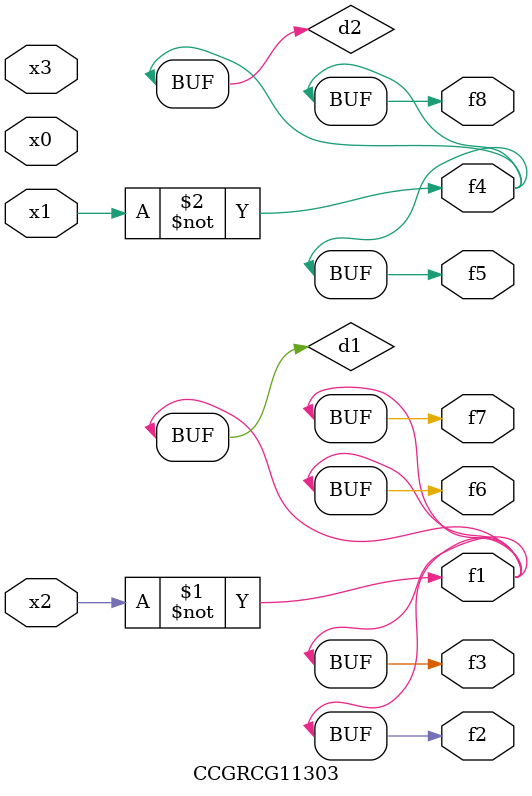
<source format=v>
module CCGRCG11303(
	input x0, x1, x2, x3,
	output f1, f2, f3, f4, f5, f6, f7, f8
);

	wire d1, d2;

	xnor (d1, x2);
	not (d2, x1);
	assign f1 = d1;
	assign f2 = d1;
	assign f3 = d1;
	assign f4 = d2;
	assign f5 = d2;
	assign f6 = d1;
	assign f7 = d1;
	assign f8 = d2;
endmodule

</source>
